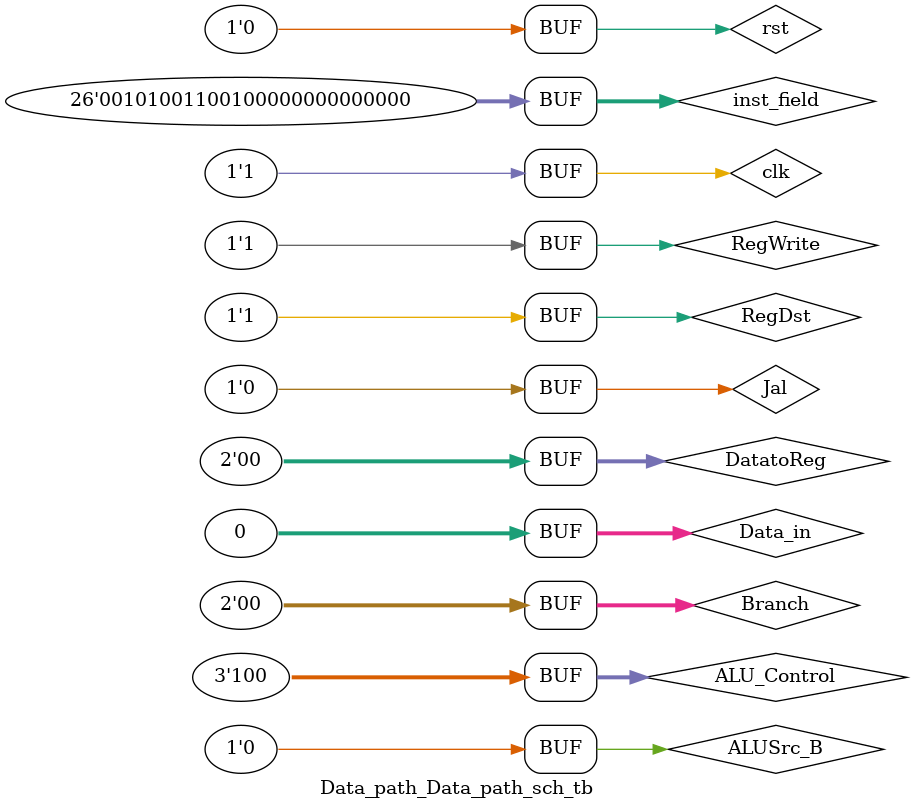
<source format=v>

`timescale 1ns / 1ps

module Data_path_Data_path_sch_tb();

// Inputs
   reg RegWrite;
   reg [1:0] DatatoReg;
   reg [31:0] Data_in;
   reg ALUSrc_B;
   reg [2:0] ALU_Control;
   reg rst;
   reg [1:0] Branch;
   reg clk;
   reg Jal;
   reg [25:0] inst_field;
   reg RegDst;

// Output
   wire [31:0] Data_out;
   wire [31:0] ALU_out;
   wire [31:0] PC_out;
   wire overflow;
   wire zero;

// Bidirs

// Instantiate the UUT
   Data_path UUT (
		.Data_out(Data_out), 
		.RegWrite(RegWrite), 
		.DatatoReg(DatatoReg), 
		.Data_in(Data_in), 
		.ALU_out(ALU_out), 
		.ALUSrc_B(ALUSrc_B), 
		.ALU_Control(ALU_Control), 
		.PC_out(PC_out), 
		.rst(rst), 
		.Branch(Branch), 
		.clk(clk), 
		.overflow(overflow), 
		.zero(zero), 
		.Jal(Jal), 
		.inst_field(inst_field), 
		.RegDst(RegDst)
   );
// Initialize Inputs
//   `ifdef auto_init
          initial begin
				RegWrite = 0;
				DatatoReg = 0;
				Data_in = 0;
				ALUSrc_B = 0;
				ALU_Control = 0;
				rst = 1;
				Branch = 0;
				clk = 0;
				Jal = 0;
				inst_field = 0;
				RegDst = 0;

				#40; rst=0; 
				#20; 
				//lw $5,11($6)
				Jal = 0; 
				Branch = 0; 
				RegWrite = 1; 
				inst_field[25:21]=6; //rs
				inst_field[20:16]=5; //rt 
				inst_field[15:0]=11; 
				RegDst = 0; 
				DatatoReg = 1; 
				Data_in = 32'haaaaffff; 
				ALUSrc_B = 1;
				ALU_Control=2; 
				#20; 
				//lw $6,12($5)
				inst_field[25:21]=5; 
				inst_field[20:16]=6; 
				inst_field[15:0]=12; 
				Data_in = 32'hffffaaaa; 
				#20; 
				//sw $5,15($6) 
				RegWrite = 0; 
				inst_field[25:21]=6; 
				inst_field[20:16]=5; 
				inst_field[15:0]=15; 
				DatatoReg = 0; 
				Data_in = 0; 
				#20; 
				//add $7,$6,$5 
				RegWrite = 1; 
				inst_field[25:21]=6; 
				inst_field[20:16]=5; 
				inst_field[15:11]=7; 
				RegDst = 1; 
				ALUSrc_B = 0; 
				#20; 
				//sw $7,5($6)
				RegWrite = 0; 
				inst_field[25:21]=6; 
				inst_field[20:16]=7; 
				inst_field[15:0]=5; 
				RegDst = 0; 
				ALUSrc_B = 1; 
				#20; 
				//sub $8,$5,$6 
				RegWrite = 1;
				inst_field[25:21]=5; 
				inst_field[20:16]=6; 
				inst_field[15:11]=8; 
				RegDst = 1; 
				ALUSrc_B = 0; 
				ALU_Control=6; 
				#20; 
				//sw $8,0($6) 
				RegWrite = 0; 
				inst_field[25:21]=6; 
				inst_field[20:16]=8; 
				inst_field[15:0]=0; 
				RegDst = 0; 
				DatatoReg = 0; 
				ALUSrc_B = 1; 
				ALU_Control=2; 
				#20; 
				//and $8,$5,$6 
				RegWrite = 1; 
				inst_field[25:21]=5; 
				inst_field[20:16]=6; 
				inst_field[15:11]=8; 
				RegDst = 1; 
				ALUSrc_B = 0; 
				ALU_Control=0; 
				#20; 
				//sw $8,0($6)
				RegWrite = 0; 
				inst_field[25:21]=6; 
				inst_field[20:16]=8; 
				inst_field[15:0]=0; 
				RegDst = 0; 
				ALUSrc_B = 1; 
				ALU_Control=2; 
				#20; 
				//or $8,$5,$6 
				RegWrite = 1;
				inst_field[25:21]=5;
				inst_field[20:16]=6; 
				inst_field[15:11]=8; 
				RegDst = 1; 
				ALUSrc_B = 0; 
				ALU_Control=1; 
				#20; 
				//sw $8,0($6) 
				RegWrite = 0; 
				inst_field[25:21]=6; 
				inst_field[20:16]=8; 
				inst_field[15:0]=0; 
				RegDst = 0; 
				ALUSrc_B = 1; 
				ALU_Control=2; 
				#20; 
				//slt $25,$9,$1 
				Branch = 1; 
				RegWrite = 0; 
				inst_field[25:21]=9; 
				inst_field[20:16]=1; 
				inst_field[15:0]=25; 
				RegDst = 1; 
				ALUSrc_B = 0; 
				ALU_Control=7; 
				#20; 
				//beq $6,$8,0
				Branch = 0; 
				RegWrite = 0; 
				inst_field[25:21]=6; 
				inst_field[20:16]=8; 
				inst_field[15:0]=0; 
				RegDst = 0; 
				ALUSrc_B = 1; 
				ALU_Control=2; 
				#20; 
				//nor $8,$5,$6
				RegWrite = 1; 
				inst_field[25:21]=5; 
				inst_field[20:16]=6; 
				inst_field[15:11]=8; 
				RegDst = 1; 
				ALUSrc_B = 0; 
				ALU_Control=4; 
				#20;  
		end

		always begin 
		clk = 0; #20;
		clk = 1; #20;
		end
//  `endif
endmodule

</source>
